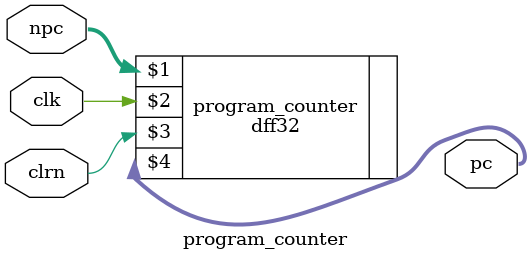
<source format=v>
`timescale 1ns / 1ps
module program_counter(clk,clrn,npc,pc
    );
	 input clk, clrn;
	 input [31:0] npc;		//ÊäÈëÏÂÒ»ÌâÖ¸ÁîµØÖ·
	 output [31:0] pc;		//Êä³öÖ¸ÁîµØÖ·
 
 	 dff32 program_counter(npc,clk,clrn,pc);   //ÀûÓÃ32Î»µÄD´¥·¢Æ÷ÊµÏÖPC
	 
endmodule

</source>
